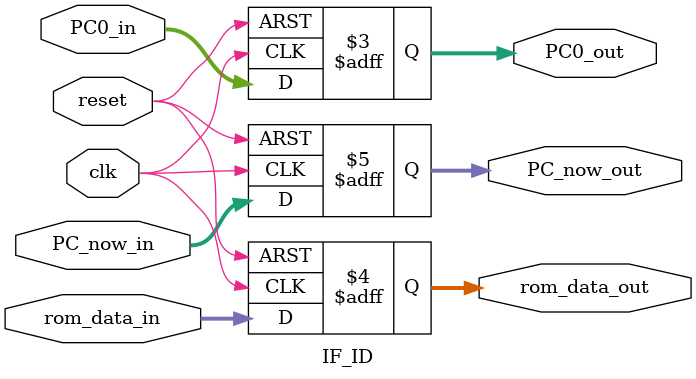
<source format=v>
`timescale 1ns / 1ps


module IF_ID(
        input [15:0] PC0_in, // PC0 = PCOut + 1;
        input [31:0] rom_data_in,
        input [15:0] PC_now_in,
        input clk,
        input reset,
        output reg [15:0] PC0_out,
        output reg [31:0] rom_data_out,
        output reg [15:0] PC_now_out
    );
    
    always@(posedge clk or negedge reset)
    begin
        if(~reset)
        begin
            PC0_out <= 0;
            rom_data_out <= 0;
            PC_now_out <= 0;
        end
        else
        begin
            PC0_out <= PC0_in;
            rom_data_out <= rom_data_in;
            PC_now_out <= PC_now_in;
        end
    end
endmodule

</source>
